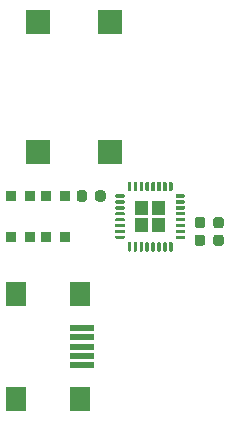
<source format=gbr>
%TF.GenerationSoftware,KiCad,Pcbnew,5.1.9-73d0e3b20d~88~ubuntu20.04.1*%
%TF.CreationDate,2021-01-12T14:06:49+01:00*%
%TF.ProjectId,MRS_Module_Host,4d52535f-4d6f-4647-956c-655f486f7374,1*%
%TF.SameCoordinates,Original*%
%TF.FileFunction,Paste,Top*%
%TF.FilePolarity,Positive*%
%FSLAX46Y46*%
G04 Gerber Fmt 4.6, Leading zero omitted, Abs format (unit mm)*
G04 Created by KiCad (PCBNEW 5.1.9-73d0e3b20d~88~ubuntu20.04.1) date 2021-01-12 14:06:49*
%MOMM*%
%LPD*%
G01*
G04 APERTURE LIST*
%ADD10C,0.100000*%
%ADD11R,2.000000X2.000000*%
%ADD12R,0.875000X0.950000*%
%ADD13R,1.700000X2.000000*%
%ADD14R,2.000000X0.500000*%
G04 APERTURE END LIST*
D10*
%TO.C,U1*%
G36*
X110200000Y-93700000D02*
G01*
X111350000Y-93700000D01*
X111350000Y-94850000D01*
X110200000Y-94850000D01*
X110200000Y-93700000D01*
G37*
G36*
X111650000Y-93700000D02*
G01*
X112800000Y-93700000D01*
X112800000Y-94850000D01*
X111650000Y-94850000D01*
X111650000Y-93700000D01*
G37*
G36*
X111650000Y-95150000D02*
G01*
X112800000Y-95150000D01*
X112800000Y-96300000D01*
X111650000Y-96300000D01*
X111650000Y-95150000D01*
G37*
G36*
X110200000Y-95150000D02*
G01*
X111350000Y-95150000D01*
X111350000Y-96300000D01*
X110200000Y-96300000D01*
X110200000Y-95150000D01*
G37*
%TD*%
D11*
%TO.C,J2*%
X108100000Y-89500000D03*
X108100000Y-78500000D03*
X102000000Y-89500000D03*
X102000000Y-78500000D03*
%TD*%
%TO.C,U1*%
G36*
G01*
X109825000Y-92850000D02*
X109675000Y-92850000D01*
G75*
G02*
X109600000Y-92775000I0J75000D01*
G01*
X109600000Y-92125000D01*
G75*
G02*
X109675000Y-92050000I75000J0D01*
G01*
X109825000Y-92050000D01*
G75*
G02*
X109900000Y-92125000I0J-75000D01*
G01*
X109900000Y-92775000D01*
G75*
G02*
X109825000Y-92850000I-75000J0D01*
G01*
G37*
G36*
G01*
X110325000Y-92850000D02*
X110175000Y-92850000D01*
G75*
G02*
X110100000Y-92775000I0J75000D01*
G01*
X110100000Y-92125000D01*
G75*
G02*
X110175000Y-92050000I75000J0D01*
G01*
X110325000Y-92050000D01*
G75*
G02*
X110400000Y-92125000I0J-75000D01*
G01*
X110400000Y-92775000D01*
G75*
G02*
X110325000Y-92850000I-75000J0D01*
G01*
G37*
G36*
G01*
X110675000Y-92050000D02*
X110825000Y-92050000D01*
G75*
G02*
X110900000Y-92125000I0J-75000D01*
G01*
X110900000Y-92775000D01*
G75*
G02*
X110825000Y-92850000I-75000J0D01*
G01*
X110675000Y-92850000D01*
G75*
G02*
X110600000Y-92775000I0J75000D01*
G01*
X110600000Y-92125000D01*
G75*
G02*
X110675000Y-92050000I75000J0D01*
G01*
G37*
G36*
G01*
X111175000Y-92050000D02*
X111325000Y-92050000D01*
G75*
G02*
X111400000Y-92125000I0J-75000D01*
G01*
X111400000Y-92775000D01*
G75*
G02*
X111325000Y-92850000I-75000J0D01*
G01*
X111175000Y-92850000D01*
G75*
G02*
X111100000Y-92775000I0J75000D01*
G01*
X111100000Y-92125000D01*
G75*
G02*
X111175000Y-92050000I75000J0D01*
G01*
G37*
G36*
G01*
X111825000Y-92850000D02*
X111675000Y-92850000D01*
G75*
G02*
X111600000Y-92775000I0J75000D01*
G01*
X111600000Y-92125000D01*
G75*
G02*
X111675000Y-92050000I75000J0D01*
G01*
X111825000Y-92050000D01*
G75*
G02*
X111900000Y-92125000I0J-75000D01*
G01*
X111900000Y-92775000D01*
G75*
G02*
X111825000Y-92850000I-75000J0D01*
G01*
G37*
G36*
G01*
X112325000Y-92850000D02*
X112175000Y-92850000D01*
G75*
G02*
X112100000Y-92775000I0J75000D01*
G01*
X112100000Y-92125000D01*
G75*
G02*
X112175000Y-92050000I75000J0D01*
G01*
X112325000Y-92050000D01*
G75*
G02*
X112400000Y-92125000I0J-75000D01*
G01*
X112400000Y-92775000D01*
G75*
G02*
X112325000Y-92850000I-75000J0D01*
G01*
G37*
G36*
G01*
X112825000Y-92850000D02*
X112675000Y-92850000D01*
G75*
G02*
X112600000Y-92775000I0J75000D01*
G01*
X112600000Y-92125000D01*
G75*
G02*
X112675000Y-92050000I75000J0D01*
G01*
X112825000Y-92050000D01*
G75*
G02*
X112900000Y-92125000I0J-75000D01*
G01*
X112900000Y-92775000D01*
G75*
G02*
X112825000Y-92850000I-75000J0D01*
G01*
G37*
G36*
G01*
X113325000Y-92850000D02*
X113175000Y-92850000D01*
G75*
G02*
X113100000Y-92775000I0J75000D01*
G01*
X113100000Y-92125000D01*
G75*
G02*
X113175000Y-92050000I75000J0D01*
G01*
X113325000Y-92050000D01*
G75*
G02*
X113400000Y-92125000I0J-75000D01*
G01*
X113400000Y-92775000D01*
G75*
G02*
X113325000Y-92850000I-75000J0D01*
G01*
G37*
G36*
G01*
X113650000Y-93325000D02*
X113650000Y-93175000D01*
G75*
G02*
X113725000Y-93100000I75000J0D01*
G01*
X114375000Y-93100000D01*
G75*
G02*
X114450000Y-93175000I0J-75000D01*
G01*
X114450000Y-93325000D01*
G75*
G02*
X114375000Y-93400000I-75000J0D01*
G01*
X113725000Y-93400000D01*
G75*
G02*
X113650000Y-93325000I0J75000D01*
G01*
G37*
G36*
G01*
X113650000Y-93825000D02*
X113650000Y-93675000D01*
G75*
G02*
X113725000Y-93600000I75000J0D01*
G01*
X114375000Y-93600000D01*
G75*
G02*
X114450000Y-93675000I0J-75000D01*
G01*
X114450000Y-93825000D01*
G75*
G02*
X114375000Y-93900000I-75000J0D01*
G01*
X113725000Y-93900000D01*
G75*
G02*
X113650000Y-93825000I0J75000D01*
G01*
G37*
G36*
G01*
X113650000Y-94325000D02*
X113650000Y-94175000D01*
G75*
G02*
X113725000Y-94100000I75000J0D01*
G01*
X114375000Y-94100000D01*
G75*
G02*
X114450000Y-94175000I0J-75000D01*
G01*
X114450000Y-94325000D01*
G75*
G02*
X114375000Y-94400000I-75000J0D01*
G01*
X113725000Y-94400000D01*
G75*
G02*
X113650000Y-94325000I0J75000D01*
G01*
G37*
G36*
G01*
X113650000Y-94825000D02*
X113650000Y-94675000D01*
G75*
G02*
X113725000Y-94600000I75000J0D01*
G01*
X114375000Y-94600000D01*
G75*
G02*
X114450000Y-94675000I0J-75000D01*
G01*
X114450000Y-94825000D01*
G75*
G02*
X114375000Y-94900000I-75000J0D01*
G01*
X113725000Y-94900000D01*
G75*
G02*
X113650000Y-94825000I0J75000D01*
G01*
G37*
G36*
G01*
X113650000Y-95325000D02*
X113650000Y-95175000D01*
G75*
G02*
X113725000Y-95100000I75000J0D01*
G01*
X114375000Y-95100000D01*
G75*
G02*
X114450000Y-95175000I0J-75000D01*
G01*
X114450000Y-95325000D01*
G75*
G02*
X114375000Y-95400000I-75000J0D01*
G01*
X113725000Y-95400000D01*
G75*
G02*
X113650000Y-95325000I0J75000D01*
G01*
G37*
G36*
G01*
X113650000Y-95825000D02*
X113650000Y-95675000D01*
G75*
G02*
X113725000Y-95600000I75000J0D01*
G01*
X114375000Y-95600000D01*
G75*
G02*
X114450000Y-95675000I0J-75000D01*
G01*
X114450000Y-95825000D01*
G75*
G02*
X114375000Y-95900000I-75000J0D01*
G01*
X113725000Y-95900000D01*
G75*
G02*
X113650000Y-95825000I0J75000D01*
G01*
G37*
G36*
G01*
X113650000Y-96325000D02*
X113650000Y-96175000D01*
G75*
G02*
X113725000Y-96100000I75000J0D01*
G01*
X114375000Y-96100000D01*
G75*
G02*
X114450000Y-96175000I0J-75000D01*
G01*
X114450000Y-96325000D01*
G75*
G02*
X114375000Y-96400000I-75000J0D01*
G01*
X113725000Y-96400000D01*
G75*
G02*
X113650000Y-96325000I0J75000D01*
G01*
G37*
G36*
G01*
X113650000Y-96825000D02*
X113650000Y-96675000D01*
G75*
G02*
X113725000Y-96600000I75000J0D01*
G01*
X114375000Y-96600000D01*
G75*
G02*
X114450000Y-96675000I0J-75000D01*
G01*
X114450000Y-96825000D01*
G75*
G02*
X114375000Y-96900000I-75000J0D01*
G01*
X113725000Y-96900000D01*
G75*
G02*
X113650000Y-96825000I0J75000D01*
G01*
G37*
G36*
G01*
X113325000Y-97950000D02*
X113175000Y-97950000D01*
G75*
G02*
X113100000Y-97875000I0J75000D01*
G01*
X113100000Y-97225000D01*
G75*
G02*
X113175000Y-97150000I75000J0D01*
G01*
X113325000Y-97150000D01*
G75*
G02*
X113400000Y-97225000I0J-75000D01*
G01*
X113400000Y-97875000D01*
G75*
G02*
X113325000Y-97950000I-75000J0D01*
G01*
G37*
G36*
G01*
X112825000Y-97950000D02*
X112675000Y-97950000D01*
G75*
G02*
X112600000Y-97875000I0J75000D01*
G01*
X112600000Y-97225000D01*
G75*
G02*
X112675000Y-97150000I75000J0D01*
G01*
X112825000Y-97150000D01*
G75*
G02*
X112900000Y-97225000I0J-75000D01*
G01*
X112900000Y-97875000D01*
G75*
G02*
X112825000Y-97950000I-75000J0D01*
G01*
G37*
G36*
G01*
X112325000Y-97950000D02*
X112175000Y-97950000D01*
G75*
G02*
X112100000Y-97875000I0J75000D01*
G01*
X112100000Y-97225000D01*
G75*
G02*
X112175000Y-97150000I75000J0D01*
G01*
X112325000Y-97150000D01*
G75*
G02*
X112400000Y-97225000I0J-75000D01*
G01*
X112400000Y-97875000D01*
G75*
G02*
X112325000Y-97950000I-75000J0D01*
G01*
G37*
G36*
G01*
X111825000Y-97950000D02*
X111675000Y-97950000D01*
G75*
G02*
X111600000Y-97875000I0J75000D01*
G01*
X111600000Y-97225000D01*
G75*
G02*
X111675000Y-97150000I75000J0D01*
G01*
X111825000Y-97150000D01*
G75*
G02*
X111900000Y-97225000I0J-75000D01*
G01*
X111900000Y-97875000D01*
G75*
G02*
X111825000Y-97950000I-75000J0D01*
G01*
G37*
G36*
G01*
X111325000Y-97950000D02*
X111175000Y-97950000D01*
G75*
G02*
X111100000Y-97875000I0J75000D01*
G01*
X111100000Y-97225000D01*
G75*
G02*
X111175000Y-97150000I75000J0D01*
G01*
X111325000Y-97150000D01*
G75*
G02*
X111400000Y-97225000I0J-75000D01*
G01*
X111400000Y-97875000D01*
G75*
G02*
X111325000Y-97950000I-75000J0D01*
G01*
G37*
G36*
G01*
X110825000Y-97950000D02*
X110675000Y-97950000D01*
G75*
G02*
X110600000Y-97875000I0J75000D01*
G01*
X110600000Y-97225000D01*
G75*
G02*
X110675000Y-97150000I75000J0D01*
G01*
X110825000Y-97150000D01*
G75*
G02*
X110900000Y-97225000I0J-75000D01*
G01*
X110900000Y-97875000D01*
G75*
G02*
X110825000Y-97950000I-75000J0D01*
G01*
G37*
G36*
G01*
X110325000Y-97950000D02*
X110175000Y-97950000D01*
G75*
G02*
X110100000Y-97875000I0J75000D01*
G01*
X110100000Y-97225000D01*
G75*
G02*
X110175000Y-97150000I75000J0D01*
G01*
X110325000Y-97150000D01*
G75*
G02*
X110400000Y-97225000I0J-75000D01*
G01*
X110400000Y-97875000D01*
G75*
G02*
X110325000Y-97950000I-75000J0D01*
G01*
G37*
G36*
G01*
X109825000Y-97950000D02*
X109675000Y-97950000D01*
G75*
G02*
X109600000Y-97875000I0J75000D01*
G01*
X109600000Y-97225000D01*
G75*
G02*
X109675000Y-97150000I75000J0D01*
G01*
X109825000Y-97150000D01*
G75*
G02*
X109900000Y-97225000I0J-75000D01*
G01*
X109900000Y-97875000D01*
G75*
G02*
X109825000Y-97950000I-75000J0D01*
G01*
G37*
G36*
G01*
X108550000Y-96825000D02*
X108550000Y-96675000D01*
G75*
G02*
X108625000Y-96600000I75000J0D01*
G01*
X109275000Y-96600000D01*
G75*
G02*
X109350000Y-96675000I0J-75000D01*
G01*
X109350000Y-96825000D01*
G75*
G02*
X109275000Y-96900000I-75000J0D01*
G01*
X108625000Y-96900000D01*
G75*
G02*
X108550000Y-96825000I0J75000D01*
G01*
G37*
G36*
G01*
X108550000Y-96325000D02*
X108550000Y-96175000D01*
G75*
G02*
X108625000Y-96100000I75000J0D01*
G01*
X109275000Y-96100000D01*
G75*
G02*
X109350000Y-96175000I0J-75000D01*
G01*
X109350000Y-96325000D01*
G75*
G02*
X109275000Y-96400000I-75000J0D01*
G01*
X108625000Y-96400000D01*
G75*
G02*
X108550000Y-96325000I0J75000D01*
G01*
G37*
G36*
G01*
X108550000Y-95825000D02*
X108550000Y-95675000D01*
G75*
G02*
X108625000Y-95600000I75000J0D01*
G01*
X109275000Y-95600000D01*
G75*
G02*
X109350000Y-95675000I0J-75000D01*
G01*
X109350000Y-95825000D01*
G75*
G02*
X109275000Y-95900000I-75000J0D01*
G01*
X108625000Y-95900000D01*
G75*
G02*
X108550000Y-95825000I0J75000D01*
G01*
G37*
G36*
G01*
X108550000Y-95325000D02*
X108550000Y-95175000D01*
G75*
G02*
X108625000Y-95100000I75000J0D01*
G01*
X109275000Y-95100000D01*
G75*
G02*
X109350000Y-95175000I0J-75000D01*
G01*
X109350000Y-95325000D01*
G75*
G02*
X109275000Y-95400000I-75000J0D01*
G01*
X108625000Y-95400000D01*
G75*
G02*
X108550000Y-95325000I0J75000D01*
G01*
G37*
G36*
G01*
X108550000Y-94825000D02*
X108550000Y-94675000D01*
G75*
G02*
X108625000Y-94600000I75000J0D01*
G01*
X109275000Y-94600000D01*
G75*
G02*
X109350000Y-94675000I0J-75000D01*
G01*
X109350000Y-94825000D01*
G75*
G02*
X109275000Y-94900000I-75000J0D01*
G01*
X108625000Y-94900000D01*
G75*
G02*
X108550000Y-94825000I0J75000D01*
G01*
G37*
G36*
G01*
X108550000Y-94325000D02*
X108550000Y-94175000D01*
G75*
G02*
X108625000Y-94100000I75000J0D01*
G01*
X109275000Y-94100000D01*
G75*
G02*
X109350000Y-94175000I0J-75000D01*
G01*
X109350000Y-94325000D01*
G75*
G02*
X109275000Y-94400000I-75000J0D01*
G01*
X108625000Y-94400000D01*
G75*
G02*
X108550000Y-94325000I0J75000D01*
G01*
G37*
G36*
G01*
X108550000Y-93825000D02*
X108550000Y-93675000D01*
G75*
G02*
X108625000Y-93600000I75000J0D01*
G01*
X109275000Y-93600000D01*
G75*
G02*
X109350000Y-93675000I0J-75000D01*
G01*
X109350000Y-93825000D01*
G75*
G02*
X109275000Y-93900000I-75000J0D01*
G01*
X108625000Y-93900000D01*
G75*
G02*
X108550000Y-93825000I0J75000D01*
G01*
G37*
G36*
G01*
X108550000Y-93325000D02*
X108550000Y-93175000D01*
G75*
G02*
X108625000Y-93100000I75000J0D01*
G01*
X109275000Y-93100000D01*
G75*
G02*
X109350000Y-93175000I0J-75000D01*
G01*
X109350000Y-93325000D01*
G75*
G02*
X109275000Y-93400000I-75000J0D01*
G01*
X108625000Y-93400000D01*
G75*
G02*
X108550000Y-93325000I0J75000D01*
G01*
G37*
%TD*%
D12*
%TO.C,R2*%
X102712500Y-96750000D03*
X104287500Y-96750000D03*
%TD*%
%TO.C,R1*%
X102712500Y-93250000D03*
X104287500Y-93250000D03*
%TD*%
%TO.C,LD2*%
X101287500Y-96750000D03*
X99712500Y-96750000D03*
%TD*%
%TO.C,LD1*%
X101287500Y-93250000D03*
X99712500Y-93250000D03*
%TD*%
D13*
%TO.C,J1*%
X100150000Y-110450000D03*
X105600000Y-110450000D03*
X100150000Y-101550000D03*
X105600000Y-101550000D03*
D14*
X105700000Y-107600000D03*
X105700000Y-106800000D03*
X105700000Y-106000000D03*
X105700000Y-105200000D03*
X105700000Y-104400000D03*
%TD*%
%TO.C,C3*%
G36*
G01*
X115275000Y-97256250D02*
X115275000Y-96743750D01*
G75*
G02*
X115493750Y-96525000I218750J0D01*
G01*
X115931250Y-96525000D01*
G75*
G02*
X116150000Y-96743750I0J-218750D01*
G01*
X116150000Y-97256250D01*
G75*
G02*
X115931250Y-97475000I-218750J0D01*
G01*
X115493750Y-97475000D01*
G75*
G02*
X115275000Y-97256250I0J218750D01*
G01*
G37*
G36*
G01*
X116850000Y-97256250D02*
X116850000Y-96743750D01*
G75*
G02*
X117068750Y-96525000I218750J0D01*
G01*
X117506250Y-96525000D01*
G75*
G02*
X117725000Y-96743750I0J-218750D01*
G01*
X117725000Y-97256250D01*
G75*
G02*
X117506250Y-97475000I-218750J0D01*
G01*
X117068750Y-97475000D01*
G75*
G02*
X116850000Y-97256250I0J218750D01*
G01*
G37*
%TD*%
%TO.C,C2*%
G36*
G01*
X115275000Y-95756250D02*
X115275000Y-95243750D01*
G75*
G02*
X115493750Y-95025000I218750J0D01*
G01*
X115931250Y-95025000D01*
G75*
G02*
X116150000Y-95243750I0J-218750D01*
G01*
X116150000Y-95756250D01*
G75*
G02*
X115931250Y-95975000I-218750J0D01*
G01*
X115493750Y-95975000D01*
G75*
G02*
X115275000Y-95756250I0J218750D01*
G01*
G37*
G36*
G01*
X116850000Y-95756250D02*
X116850000Y-95243750D01*
G75*
G02*
X117068750Y-95025000I218750J0D01*
G01*
X117506250Y-95025000D01*
G75*
G02*
X117725000Y-95243750I0J-218750D01*
G01*
X117725000Y-95756250D01*
G75*
G02*
X117506250Y-95975000I-218750J0D01*
G01*
X117068750Y-95975000D01*
G75*
G02*
X116850000Y-95756250I0J218750D01*
G01*
G37*
%TD*%
%TO.C,C1*%
G36*
G01*
X107725000Y-92993750D02*
X107725000Y-93506250D01*
G75*
G02*
X107506250Y-93725000I-218750J0D01*
G01*
X107068750Y-93725000D01*
G75*
G02*
X106850000Y-93506250I0J218750D01*
G01*
X106850000Y-92993750D01*
G75*
G02*
X107068750Y-92775000I218750J0D01*
G01*
X107506250Y-92775000D01*
G75*
G02*
X107725000Y-92993750I0J-218750D01*
G01*
G37*
G36*
G01*
X106150000Y-92993750D02*
X106150000Y-93506250D01*
G75*
G02*
X105931250Y-93725000I-218750J0D01*
G01*
X105493750Y-93725000D01*
G75*
G02*
X105275000Y-93506250I0J218750D01*
G01*
X105275000Y-92993750D01*
G75*
G02*
X105493750Y-92775000I218750J0D01*
G01*
X105931250Y-92775000D01*
G75*
G02*
X106150000Y-92993750I0J-218750D01*
G01*
G37*
%TD*%
M02*

</source>
